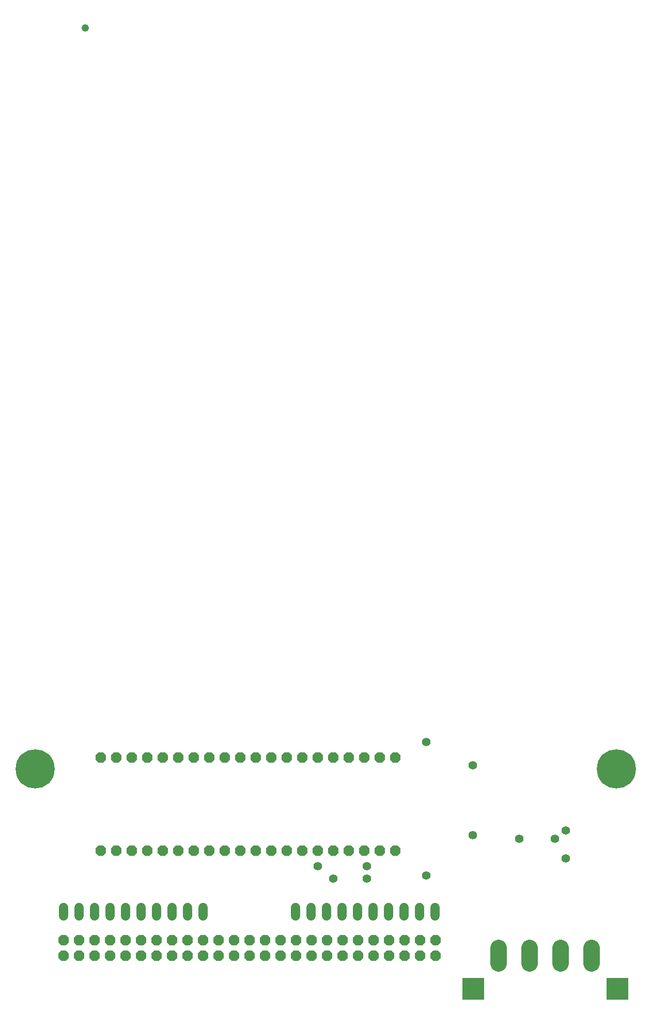
<source format=gbs>
G75*
%MOIN*%
%OFA0B0*%
%FSLAX25Y25*%
%IPPOS*%
%LPD*%
%AMOC8*
5,1,8,0,0,1.08239X$1,22.5*
%
%ADD10C,0.10800*%
%ADD11R,0.13855X0.13855*%
%ADD12OC8,0.06737*%
%ADD13C,0.06000*%
%ADD14C,0.04762*%
%ADD15C,0.25209*%
%ADD16C,0.05550*%
D10*
X0319440Y0042323D02*
X0319440Y0052323D01*
X0339440Y0052323D02*
X0339440Y0042323D01*
X0359440Y0042323D02*
X0359440Y0052323D01*
X0379440Y0052323D02*
X0379440Y0042323D01*
D11*
X0396094Y0025866D03*
X0302787Y0025866D03*
D12*
X0038495Y0047205D03*
X0038495Y0057205D03*
X0048495Y0057205D03*
X0048495Y0047205D03*
X0058495Y0047205D03*
X0058495Y0057205D03*
X0068495Y0057205D03*
X0068495Y0047205D03*
X0078495Y0047205D03*
X0078495Y0057205D03*
X0088495Y0057205D03*
X0088495Y0047205D03*
X0098495Y0047205D03*
X0098495Y0057205D03*
X0108495Y0057205D03*
X0108495Y0047205D03*
X0118495Y0047205D03*
X0118495Y0057205D03*
X0128495Y0057205D03*
X0128495Y0047205D03*
X0138495Y0047205D03*
X0138495Y0057205D03*
X0148495Y0057205D03*
X0148495Y0047205D03*
X0158495Y0047205D03*
X0158495Y0057205D03*
X0168495Y0057205D03*
X0168495Y0047205D03*
X0178495Y0047205D03*
X0178495Y0057205D03*
X0188495Y0057205D03*
X0188495Y0047205D03*
X0198495Y0047205D03*
X0198495Y0057205D03*
X0208495Y0057205D03*
X0208495Y0047205D03*
X0218495Y0047205D03*
X0218495Y0057205D03*
X0228495Y0057205D03*
X0228495Y0047205D03*
X0238495Y0047205D03*
X0238495Y0057205D03*
X0248495Y0057205D03*
X0248495Y0047205D03*
X0258495Y0047205D03*
X0258495Y0057205D03*
X0268495Y0057205D03*
X0268495Y0047205D03*
X0278495Y0047205D03*
X0278495Y0057205D03*
X0252708Y0115000D03*
X0242708Y0115000D03*
X0232708Y0115000D03*
X0222708Y0115000D03*
X0212708Y0115000D03*
X0202708Y0115000D03*
X0192708Y0115000D03*
X0182708Y0115000D03*
X0172708Y0115000D03*
X0162708Y0115000D03*
X0152708Y0115000D03*
X0142708Y0115000D03*
X0132708Y0115000D03*
X0122708Y0115000D03*
X0112708Y0115000D03*
X0102708Y0115000D03*
X0092708Y0115000D03*
X0082708Y0115000D03*
X0072708Y0115000D03*
X0062708Y0115000D03*
X0062708Y0175000D03*
X0072708Y0175000D03*
X0082708Y0175000D03*
X0092708Y0175000D03*
X0102708Y0175000D03*
X0112708Y0175000D03*
X0122708Y0175000D03*
X0132708Y0175000D03*
X0142708Y0175000D03*
X0152708Y0175000D03*
X0162708Y0175000D03*
X0172708Y0175000D03*
X0182708Y0175000D03*
X0192708Y0175000D03*
X0202708Y0175000D03*
X0212708Y0175000D03*
X0222708Y0175000D03*
X0232708Y0175000D03*
X0242708Y0175000D03*
X0252708Y0175000D03*
D13*
X0248299Y0078100D02*
X0248299Y0072900D01*
X0238299Y0072900D02*
X0238299Y0078100D01*
X0228299Y0078100D02*
X0228299Y0072900D01*
X0218299Y0072900D02*
X0218299Y0078100D01*
X0208299Y0078100D02*
X0208299Y0072900D01*
X0198299Y0072900D02*
X0198299Y0078100D01*
X0188299Y0078100D02*
X0188299Y0072900D01*
X0128708Y0072900D02*
X0128708Y0078100D01*
X0118708Y0078100D02*
X0118708Y0072900D01*
X0108708Y0072900D02*
X0108708Y0078100D01*
X0098708Y0078100D02*
X0098708Y0072900D01*
X0088708Y0072900D02*
X0088708Y0078100D01*
X0078708Y0078100D02*
X0078708Y0072900D01*
X0068708Y0072900D02*
X0068708Y0078100D01*
X0058708Y0078100D02*
X0058708Y0072900D01*
X0048708Y0072900D02*
X0048708Y0078100D01*
X0038708Y0078100D02*
X0038708Y0072900D01*
X0258299Y0072900D02*
X0258299Y0078100D01*
X0268299Y0078100D02*
X0268299Y0072900D01*
X0278299Y0072900D02*
X0278299Y0078100D01*
D14*
X0052708Y0645000D03*
D15*
X0020228Y0167520D03*
X0395188Y0167520D03*
D16*
X0362708Y0128000D03*
X0355708Y0122500D03*
X0362708Y0110000D03*
X0332708Y0122500D03*
X0302708Y0125000D03*
X0272708Y0098760D03*
X0234208Y0097000D03*
X0234208Y0105000D03*
X0212708Y0097000D03*
X0202708Y0105000D03*
X0272708Y0185000D03*
X0302708Y0170000D03*
M02*

</source>
